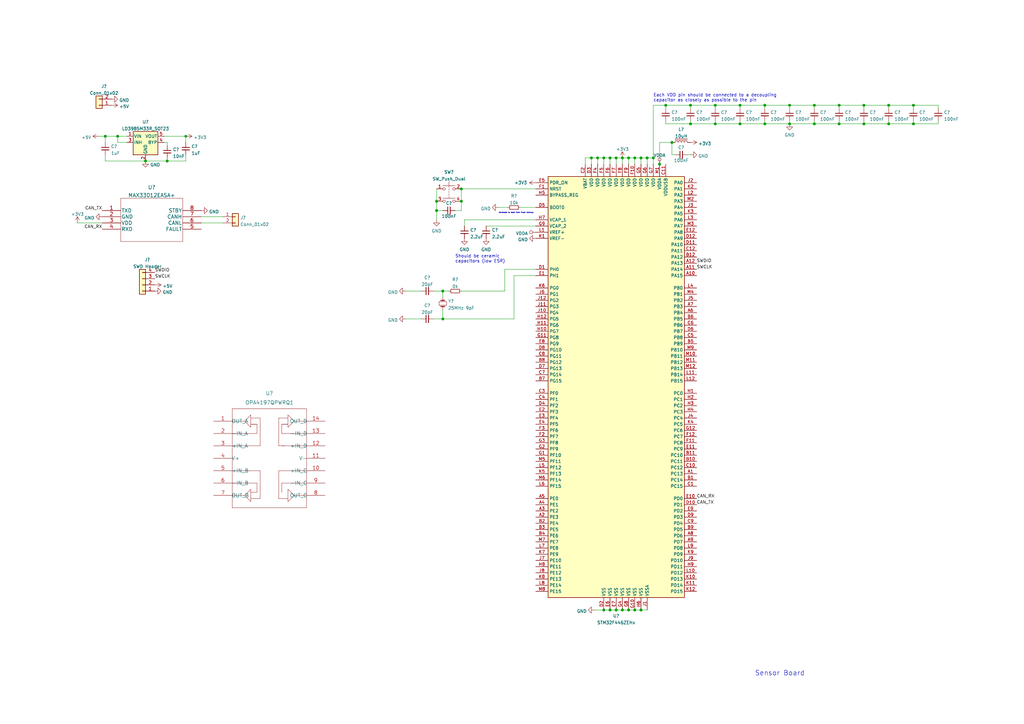
<source format=kicad_sch>
(kicad_sch (version 20210621) (generator eeschema)
  (paper "A3")
  (lib_symbols
    (symbol "Connector_Generic:Conn_01x02" (pin_names (offset 1.016) hide)
      (property "Reference" "J" (at 0 2.54 0))
      (property "Value" "Conn_01x02" (at 0 -5.08 0))
      (symbol "Conn_01x02_1_1"
        (rectangle (start -1.27 -2.413) (end 0 -2.667) (stroke (width 0.1524)))
        (rectangle (start -1.27 0.127) (end 0 -0.127) (stroke (width 0.1524)))
        (rectangle (start -1.27 1.27) (end 1.27 -3.81) (stroke (width 0.254)) (fill (type background)))
        (pin passive line (at -5.08 0 0) (length 3.81) (name "Pin_1") (number "1"))
        (pin passive line (at -5.08 -2.54 0) (length 3.81) (name "Pin_2") (number "2"))
      )
    )
    (symbol "Connector_Generic:Conn_01x04" (pin_names (offset 1.016) hide)
      (property "Reference" "J" (at 0 5.08 0))
      (property "Value" "Conn_01x04" (at 0 -7.62 0))
      (symbol "Conn_01x04_1_1"
        (rectangle (start -1.27 -4.953) (end 0 -5.207) (stroke (width 0.1524)))
        (rectangle (start -1.27 -2.413) (end 0 -2.667) (stroke (width 0.1524)))
        (rectangle (start -1.27 0.127) (end 0 -0.127) (stroke (width 0.1524)))
        (rectangle (start -1.27 2.667) (end 0 2.413) (stroke (width 0.1524)))
        (rectangle (start -1.27 3.81) (end 1.27 -6.35) (stroke (width 0.254)) (fill (type background)))
        (pin passive line (at -5.08 2.54 0) (length 3.81) (name "Pin_1") (number "1"))
        (pin passive line (at -5.08 0 0) (length 3.81) (name "Pin_2") (number "2"))
        (pin passive line (at -5.08 -2.54 0) (length 3.81) (name "Pin_3") (number "3"))
        (pin passive line (at -5.08 -5.08 0) (length 3.81) (name "Pin_4") (number "4"))
      )
    )
    (symbol "Device:C_Small" (pin_numbers hide) (pin_names (offset 0.254) hide)
      (property "Reference" "C" (at 0.254 1.778 0))
      (property "Value" "C_Small" (at 0.254 -2.032 0))
      (symbol "C_Small_0_1"
        (polyline (pts (xy -1.524 -0.508) (xy 1.524 -0.508)) (stroke (width 0.3302)))
        (polyline (pts (xy -1.524 0.508) (xy 1.524 0.508)) (stroke (width 0.3048)))
      )
      (symbol "C_Small_1_1"
        (pin passive line (at 0 2.54 270) (length 2.032) (name "~") (number "1"))
        (pin passive line (at 0 -2.54 90) (length 2.032) (name "~") (number "2"))
      )
    )
    (symbol "Device:Crystal_Small" (pin_numbers hide) (pin_names (offset 1.016) hide)
      (property "Reference" "Y" (at 0 2.54 0))
      (property "Value" "Crystal_Small" (at 0 -2.54 0))
      (symbol "Crystal_Small_0_1"
        (rectangle (start -0.762 -1.524) (end 0.762 1.524))
        (polyline (pts (xy -1.27 -0.762) (xy -1.27 0.762)) (stroke (width 0.381)))
        (polyline (pts (xy 1.27 -0.762) (xy 1.27 0.762)) (stroke (width 0.381)))
      )
      (symbol "Crystal_Small_1_1"
        (pin passive line (at -2.54 0 0) (length 1.27) (name "1") (number "1"))
        (pin passive line (at 2.54 0 180) (length 1.27) (name "2") (number "2"))
      )
    )
    (symbol "Device:L_Core_Iron" (pin_numbers hide) (pin_names (offset 1.016) hide)
      (property "Reference" "L" (at -1.27 0 90))
      (property "Value" "L_Core_Iron" (at 2.794 0 90))
      (symbol "L_Core_Iron_0_1"
        (arc (start 0 -2.54) (end 0 -1.27) (radius (at 0 -1.905) (length 0.635) (angles -89.9 89.9)))
        (arc (start 0 -1.27) (end 0 0) (radius (at 0 -0.635) (length 0.635) (angles -89.9 89.9)))
        (arc (start 0 0) (end 0 1.27) (radius (at 0 0.635) (length 0.635) (angles -89.9 89.9)))
        (arc (start 0 1.27) (end 0 2.54) (radius (at 0 1.905) (length 0.635) (angles -89.9 89.9)))
        (polyline (pts (xy 1.016 2.54) (xy 1.016 -2.54)))
        (polyline (pts (xy 1.524 -2.54) (xy 1.524 2.54)))
      )
      (symbol "L_Core_Iron_1_1"
        (pin passive line (at 0 3.81 270) (length 1.27) (name "1") (number "1"))
        (pin passive line (at 0 -3.81 90) (length 1.27) (name "2") (number "2"))
      )
    )
    (symbol "Device:R_Small" (pin_numbers hide) (pin_names (offset 0.254) hide)
      (property "Reference" "R" (at 0.762 0.508 0))
      (property "Value" "R_Small" (at 0.762 -1.016 0))
      (symbol "R_Small_0_1"
        (rectangle (start -0.762 1.778) (end 0.762 -1.778) (stroke (width 0.2032)))
      )
      (symbol "R_Small_1_1"
        (pin passive line (at 0 2.54 270) (length 0.762) (name "~") (number "1"))
        (pin passive line (at 0 -2.54 90) (length 0.762) (name "~") (number "2"))
      )
    )
    (symbol "MAX33012EASA+:MAX33012EASA+" (pin_names (offset 0.254))
      (property "Reference" "U" (at 20.32 10.16 0))
      (property "Value" "MAX33012EASA+" (at 20.32 7.62 0))
      (symbol "MAX33012EASA+_1_1"
        (polyline (pts (xy 7.62 -12.7) (xy 33.02 -12.7)) (stroke (width 0.127)))
        (polyline (pts (xy 7.62 5.08) (xy 7.62 -12.7)) (stroke (width 0.127)))
        (polyline (pts (xy 33.02 -12.7) (xy 33.02 5.08)) (stroke (width 0.127)))
        (polyline (pts (xy 33.02 5.08) (xy 7.62 5.08)) (stroke (width 0.127)))
        (pin input line (at 0 0 0) (length 7.62) (name "TXD") (number "1"))
        (pin power_in line (at 0 -2.54 0) (length 7.62) (name "GND") (number "2"))
        (pin power_in line (at 0 -5.08 0) (length 7.62) (name "VDD") (number "3"))
        (pin output line (at 0 -7.62 0) (length 7.62) (name "RXD") (number "4"))
        (pin unspecified line (at 40.64 -7.62 180) (length 7.62) (name "FAULT") (number "5"))
        (pin unspecified line (at 40.64 -5.08 180) (length 7.62) (name "CANL") (number "6"))
        (pin unspecified line (at 40.64 -2.54 180) (length 7.62) (name "CANH") (number "7"))
        (pin input line (at 40.64 0 180) (length 7.62) (name "STBY") (number "8"))
      )
    )
    (symbol "MCU_ST_STM32F4:STM32F446ZEHx"
      (property "Reference" "U" (at -27.94 87.63 0))
      (property "Value" "STM32F446ZEHx" (at 22.86 87.63 0))
      (symbol "STM32F446ZEHx_0_1"
        (rectangle (start -27.94 -86.36) (end 27.94 86.36) (stroke (width 0.254)) (fill (type background)))
      )
      (symbol "STM32F446ZEHx_1_1"
        (pin bidirectional line (at 33.02 -35.56 180) (length 5.08) (name "PC13") (number "A1"))
        (pin bidirectional line (at 33.02 45.72 180) (length 5.08) (name "PA15") (number "A10"))
        (pin bidirectional line (at 33.02 48.26 180) (length 5.08) (name "PA14") (number "A11"))
        (pin bidirectional line (at 33.02 50.8 180) (length 5.08) (name "PA13") (number "A12"))
        (pin bidirectional line (at -33.02 -53.34 0) (length 5.08) (name "PE3") (number "A2"))
        (pin bidirectional line (at -33.02 -50.8 0) (length 5.08) (name "PE2") (number "A3"))
        (pin bidirectional line (at -33.02 -48.26 0) (length 5.08) (name "PE1") (number "A4"))
        (pin bidirectional line (at -33.02 -45.72 0) (length 5.08) (name "PE0") (number "A5"))
        (pin bidirectional line (at 33.02 30.48 180) (length 5.08) (name "PB4") (number "A6"))
        (pin bidirectional line (at 33.02 33.02 180) (length 5.08) (name "PB3") (number "A7"))
        (pin bidirectional line (at 33.02 -60.96 180) (length 5.08) (name "PD6") (number "A8"))
        (pin bidirectional line (at 33.02 -63.5 180) (length 5.08) (name "PD7") (number "A9"))
        (pin bidirectional line (at 33.02 -38.1 180) (length 5.08) (name "PC14") (number "B1"))
        (pin bidirectional line (at 33.02 -30.48 180) (length 5.08) (name "PC11") (number "B10"))
        (pin bidirectional line (at 33.02 -27.94 180) (length 5.08) (name "PC10") (number "B11"))
        (pin bidirectional line (at 33.02 53.34 180) (length 5.08) (name "PA12") (number "B12"))
        (pin bidirectional line (at -33.02 -55.88 0) (length 5.08) (name "PE4") (number "B2"))
        (pin bidirectional line (at -33.02 -58.42 0) (length 5.08) (name "PE5") (number "B3"))
        (pin bidirectional line (at -33.02 -60.96 0) (length 5.08) (name "PE6") (number "B4"))
        (pin bidirectional line (at 33.02 17.78 180) (length 5.08) (name "PB9") (number "B5"))
        (pin bidirectional line (at 33.02 27.94 180) (length 5.08) (name "PB5") (number "B6"))
        (pin bidirectional line (at -33.02 2.54 0) (length 5.08) (name "PG15") (number "B7"))
        (pin bidirectional line (at -33.02 10.16 0) (length 5.08) (name "PG12") (number "B8"))
        (pin bidirectional line (at 33.02 -58.42 180) (length 5.08) (name "PD5") (number "B9"))
        (pin bidirectional line (at 33.02 -40.64 180) (length 5.08) (name "PC15") (number "C1"))
        (pin bidirectional line (at 33.02 -33.02 180) (length 5.08) (name "PC12") (number "C10"))
        (pin power_in line (at 20.32 91.44 270) (length 5.08) (name "VDDUSB") (number "C11"))
        (pin bidirectional line (at 33.02 55.88 180) (length 5.08) (name "PA11") (number "C12"))
        (pin power_in line (at -12.7 91.44 270) (length 5.08) (name "VBAT") (number "C2"))
        (pin bidirectional line (at -33.02 -2.54 0) (length 5.08) (name "PF0") (number "C3"))
        (pin bidirectional line (at -33.02 -5.08 0) (length 5.08) (name "PF1") (number "C4"))
        (pin bidirectional line (at 33.02 20.32 180) (length 5.08) (name "PB8") (number "C5"))
        (pin bidirectional line (at 33.02 25.4 180) (length 5.08) (name "PB6") (number "C6"))
        (pin bidirectional line (at -33.02 5.08 0) (length 5.08) (name "PG14") (number "C7"))
        (pin bidirectional line (at -33.02 12.7 0) (length 5.08) (name "PG11") (number "C8"))
        (pin bidirectional line (at 33.02 -55.88 180) (length 5.08) (name "PD4") (number "C9"))
        (pin input line (at -33.02 48.26 0) (length 5.08) (name "PH0") (number "D1"))
        (pin bidirectional line (at 33.02 -48.26 180) (length 5.08) (name "PD1") (number "D10"))
        (pin bidirectional line (at 33.02 58.42 180) (length 5.08) (name "PA10") (number "D11"))
        (pin bidirectional line (at 33.02 60.96 180) (length 5.08) (name "PA9") (number "D12"))
        (pin power_in line (at -5.08 -91.44 90) (length 5.08) (name "VSS") (number "D2"))
        (pin power_in line (at -10.16 91.44 270) (length 5.08) (name "VDD") (number "D3"))
        (pin bidirectional line (at -33.02 -7.62 0) (length 5.08) (name "PF2") (number "D4"))
        (pin input line (at -33.02 73.66 0) (length 5.08) (name "BOOT0") (number "D5"))
        (pin bidirectional line (at 33.02 22.86 180) (length 5.08) (name "PB7") (number "D6"))
        (pin bidirectional line (at -33.02 7.62 0) (length 5.08) (name "PG13") (number "D7"))
        (pin bidirectional line (at -33.02 15.24 0) (length 5.08) (name "PG10") (number "D8"))
        (pin bidirectional line (at 33.02 -53.34 180) (length 5.08) (name "PD3") (number "D9"))
        (pin input line (at -33.02 45.72 0) (length 5.08) (name "PH1") (number "E1"))
        (pin bidirectional line (at 33.02 -45.72 180) (length 5.08) (name "PD0") (number "E10"))
        (pin bidirectional line (at 33.02 -25.4 180) (length 5.08) (name "PC9") (number "E11"))
        (pin bidirectional line (at 33.02 63.5 180) (length 5.08) (name "PA8") (number "E12"))
        (pin bidirectional line (at -33.02 -10.16 0) (length 5.08) (name "PF3") (number "E2"))
        (pin bidirectional line (at -33.02 -12.7 0) (length 5.08) (name "PF4") (number "E3"))
        (pin bidirectional line (at -33.02 -15.24 0) (length 5.08) (name "PF5") (number "E4"))
        (pin input line (at -33.02 83.82 0) (length 5.08) (name "PDR_ON") (number "E5"))
        (pin power_in line (at -2.54 -91.44 90) (length 5.08) (name "VSS") (number "E6"))
        (pin power_in line (at 0 -91.44 90) (length 5.08) (name "VSS") (number "E7"))
        (pin bidirectional line (at -33.02 17.78 0) (length 5.08) (name "PG9") (number "E8"))
        (pin bidirectional line (at 33.02 -50.8 180) (length 5.08) (name "PD2") (number "E9"))
        (pin input line (at -33.02 81.28 0) (length 5.08) (name "NRST") (number "F1"))
        (pin power_in line (at 7.62 91.44 270) (length 5.08) (name "VDD") (number "F10"))
        (pin bidirectional line (at 33.02 -22.86 180) (length 5.08) (name "PC8") (number "F11"))
        (pin bidirectional line (at 33.02 -20.32 180) (length 5.08) (name "PC7") (number "F12"))
        (pin bidirectional line (at -33.02 -20.32 0) (length 5.08) (name "PF7") (number "F2"))
        (pin bidirectional line (at -33.02 -17.78 0) (length 5.08) (name "PF6") (number "F3"))
        (pin power_in line (at -7.62 91.44 270) (length 5.08) (name "VDD") (number "F4"))
        (pin power_in line (at -5.08 91.44 270) (length 5.08) (name "VDD") (number "F5"))
        (pin power_in line (at -2.54 91.44 270) (length 5.08) (name "VDD") (number "F6"))
        (pin power_in line (at 0 91.44 270) (length 5.08) (name "VDD") (number "F7"))
        (pin power_in line (at 2.54 91.44 270) (length 5.08) (name "VDD") (number "F8"))
        (pin power_in line (at 5.08 91.44 270) (length 5.08) (name "VDD") (number "F9"))
        (pin bidirectional line (at -33.02 -27.94 0) (length 5.08) (name "PF10") (number "G1"))
        (pin power_in line (at 7.62 -91.44 90) (length 5.08) (name "VSS") (number "G10"))
        (pin bidirectional line (at -33.02 20.32 0) (length 5.08) (name "PG8") (number "G11"))
        (pin bidirectional line (at 33.02 -17.78 180) (length 5.08) (name "PC6") (number "G12"))
        (pin bidirectional line (at -33.02 -25.4 0) (length 5.08) (name "PF9") (number "G2"))
        (pin bidirectional line (at -33.02 -22.86 0) (length 5.08) (name "PF8") (number "G3"))
        (pin power_in line (at 2.54 -91.44 90) (length 5.08) (name "VSS") (number "G4"))
        (pin power_in line (at 10.16 91.44 270) (length 5.08) (name "VDD") (number "G5"))
        (pin power_in line (at 12.7 91.44 270) (length 5.08) (name "VDD") (number "G6"))
        (pin power_in line (at 15.24 91.44 270) (length 5.08) (name "VDD") (number "G7"))
        (pin power_in line (at 5.08 -91.44 90) (length 5.08) (name "VSS") (number "G8"))
        (pin power_in line (at -33.02 66.04 0) (length 5.08) (name "VCAP_2") (number "G9"))
        (pin bidirectional line (at 33.02 -2.54 180) (length 5.08) (name "PC0") (number "H1"))
        (pin bidirectional line (at -33.02 22.86 0) (length 5.08) (name "PG7") (number "H10"))
        (pin bidirectional line (at -33.02 25.4 0) (length 5.08) (name "PG6") (number "H11"))
        (pin bidirectional line (at -33.02 27.94 0) (length 5.08) (name "PG5") (number "H12"))
        (pin bidirectional line (at 33.02 -5.08 180) (length 5.08) (name "PC1") (number "H2"))
        (pin bidirectional line (at 33.02 -7.62 180) (length 5.08) (name "PC2") (number "H3"))
        (pin bidirectional line (at 33.02 -10.16 180) (length 5.08) (name "PC3") (number "H4"))
        (pin input line (at -33.02 78.74 0) (length 5.08) (name "BYPASS_REG") (number "H5"))
        (pin power_in line (at 10.16 -91.44 90) (length 5.08) (name "VSS") (number "H6"))
        (pin power_in line (at -33.02 68.58 0) (length 5.08) (name "VCAP_1") (number "H7"))
        (pin bidirectional line (at -33.02 -73.66 0) (length 5.08) (name "PE11") (number "H8"))
        (pin bidirectional line (at 33.02 -73.66 180) (length 5.08) (name "PD11") (number "H9"))
        (pin power_in line (at 12.7 -91.44 90) (length 5.08) (name "VSSA") (number "J1"))
        (pin bidirectional line (at -33.02 30.48 0) (length 5.08) (name "PG4") (number "J10"))
        (pin bidirectional line (at -33.02 33.02 0) (length 5.08) (name "PG3") (number "J11"))
        (pin bidirectional line (at -33.02 35.56 0) (length 5.08) (name "PG2") (number "J12"))
        (pin bidirectional line (at 33.02 83.82 180) (length 5.08) (name "PA0") (number "J2"))
        (pin bidirectional line (at 33.02 73.66 180) (length 5.08) (name "PA4") (number "J3"))
        (pin bidirectional line (at 33.02 -12.7 180) (length 5.08) (name "PC4") (number "J4"))
        (pin bidirectional line (at 33.02 35.56 180) (length 5.08) (name "PB2") (number "J5"))
        (pin bidirectional line (at -33.02 38.1 0) (length 5.08) (name "PG1") (number "J6"))
        (pin bidirectional line (at -33.02 -71.12 0) (length 5.08) (name "PE10") (number "J7"))
        (pin bidirectional line (at -33.02 -76.2 0) (length 5.08) (name "PE12") (number "J8"))
        (pin bidirectional line (at 33.02 -71.12 180) (length 5.08) (name "PD10") (number "J9"))
        (pin power_in line (at -33.02 60.96 0) (length 5.08) (name "VREF-") (number "K1"))
        (pin bidirectional line (at 33.02 -78.74 180) (length 5.08) (name "PD13") (number "K10"))
        (pin bidirectional line (at 33.02 -81.28 180) (length 5.08) (name "PD14") (number "K11"))
        (pin bidirectional line (at 33.02 -83.82 180) (length 5.08) (name "PD15") (number "K12"))
        (pin bidirectional line (at 33.02 81.28 180) (length 5.08) (name "PA1") (number "K2"))
        (pin bidirectional line (at 33.02 71.12 180) (length 5.08) (name "PA5") (number "K3"))
        (pin bidirectional line (at 33.02 -15.24 180) (length 5.08) (name "PC5") (number "K4"))
        (pin bidirectional line (at -33.02 -35.56 0) (length 5.08) (name "PF13") (number "K5"))
        (pin bidirectional line (at -33.02 40.64 0) (length 5.08) (name "PG0") (number "K6"))
        (pin bidirectional line (at -33.02 -68.58 0) (length 5.08) (name "PE9") (number "K7"))
        (pin bidirectional line (at -33.02 -78.74 0) (length 5.08) (name "PE13") (number "K8"))
        (pin bidirectional line (at 33.02 -68.58 180) (length 5.08) (name "PD9") (number "K9"))
        (pin power_in line (at -33.02 63.5 0) (length 5.08) (name "VREF+") (number "L1"))
        (pin bidirectional line (at 33.02 -76.2 180) (length 5.08) (name "PD12") (number "L10"))
        (pin bidirectional line (at 33.02 5.08 180) (length 5.08) (name "PB14") (number "L11"))
        (pin bidirectional line (at 33.02 2.54 180) (length 5.08) (name "PB15") (number "L12"))
        (pin bidirectional line (at 33.02 78.74 180) (length 5.08) (name "PA2") (number "L2"))
        (pin bidirectional line (at 33.02 68.58 180) (length 5.08) (name "PA6") (number "L3"))
        (pin bidirectional line (at 33.02 40.64 180) (length 5.08) (name "PB0") (number "L4"))
        (pin bidirectional line (at -33.02 -33.02 0) (length 5.08) (name "PF12") (number "L5"))
        (pin bidirectional line (at -33.02 -40.64 0) (length 5.08) (name "PF15") (number "L6"))
        (pin bidirectional line (at -33.02 -66.04 0) (length 5.08) (name "PE8") (number "L7"))
        (pin bidirectional line (at -33.02 -81.28 0) (length 5.08) (name "PE14") (number "L8"))
        (pin bidirectional line (at 33.02 -66.04 180) (length 5.08) (name "PD8") (number "L9"))
        (pin power_in line (at 17.78 91.44 270) (length 5.08) (name "VDDA") (number "M1"))
        (pin bidirectional line (at 33.02 12.7 180) (length 5.08) (name "PB11") (number "M10"))
        (pin bidirectional line (at 33.02 10.16 180) (length 5.08) (name "PB12") (number "M11"))
        (pin bidirectional line (at 33.02 7.62 180) (length 5.08) (name "PB13") (number "M12"))
        (pin bidirectional line (at 33.02 76.2 180) (length 5.08) (name "PA3") (number "M2"))
        (pin bidirectional line (at 33.02 66.04 180) (length 5.08) (name "PA7") (number "M3"))
        (pin bidirectional line (at 33.02 38.1 180) (length 5.08) (name "PB1") (number "M4"))
        (pin bidirectional line (at -33.02 -30.48 0) (length 5.08) (name "PF11") (number "M5"))
        (pin bidirectional line (at -33.02 -38.1 0) (length 5.08) (name "PF14") (number "M6"))
        (pin bidirectional line (at -33.02 -63.5 0) (length 5.08) (name "PE7") (number "M7"))
        (pin bidirectional line (at -33.02 -83.82 0) (length 5.08) (name "PE15") (number "M8"))
        (pin bidirectional line (at 33.02 15.24 180) (length 5.08) (name "PB10") (number "M9"))
      )
    )
    (symbol "OPA4197QPWRQ1:OPA4197QPWRQ1" (pin_names (offset -0.254))
      (property "Reference" "U" (at 22.86 15.24 0))
      (property "Value" "OPA4197QPWRQ1" (at 22.86 12.7 0))
      (symbol "OPA4197QPWRQ1_1_1"
        (polyline (pts (xy 7.62 -35.56) (xy 38.1 -35.56)) (stroke (width 0.127)))
        (polyline (pts (xy 7.62 -30.48) (xy 12.7 -30.48)) (stroke (width 0.127)))
        (polyline (pts (xy 7.62 -25.4) (xy 17.78 -25.4)) (stroke (width 0.127)))
        (polyline (pts (xy 7.62 -5.08) (xy 17.78 -5.08)) (stroke (width 0.127)))
        (polyline (pts (xy 7.62 0) (xy 12.7 0)) (stroke (width 0.127)))
        (polyline (pts (xy 7.62 5.08) (xy 7.62 -35.56)) (stroke (width 0.127)))
        (polyline (pts (xy 12.7 -30.48) (xy 15.24 -27.94)) (stroke (width 0.127)))
        (polyline (pts (xy 12.7 0) (xy 15.24 -2.54)) (stroke (width 0.127)))
        (polyline (pts (xy 15.24 -33.02) (xy 12.7 -30.48)) (stroke (width 0.127)))
        (polyline (pts (xy 15.24 -31.75) (xy 19.05 -31.75)) (stroke (width 0.127)))
        (polyline (pts (xy 15.24 -29.21) (xy 17.78 -29.21)) (stroke (width 0.127)))
        (polyline (pts (xy 15.24 -27.94) (xy 15.24 -33.02)) (stroke (width 0.127)))
        (polyline (pts (xy 15.24 -2.54) (xy 15.24 2.54)) (stroke (width 0.127)))
        (polyline (pts (xy 15.24 2.54) (xy 12.7 0)) (stroke (width 0.127)))
        (polyline (pts (xy 17.78 -29.21) (xy 17.78 -27.94)) (stroke (width 0.127)))
        (polyline (pts (xy 17.78 -25.4) (xy 17.78 -27.94)) (stroke (width 0.127)))
        (polyline (pts (xy 17.78 -5.08) (xy 17.78 -2.54)) (stroke (width 0.127)))
        (polyline (pts (xy 17.78 -1.27) (xy 15.24 -1.27)) (stroke (width 0.127)))
        (polyline (pts (xy 17.78 -1.27) (xy 15.24 -1.27)) (stroke (width 0.127)))
        (polyline (pts (xy 17.78 -1.27) (xy 17.78 -2.54)) (stroke (width 0.127)))
        (polyline (pts (xy 19.05 -31.75) (xy 19.05 -20.32)) (stroke (width 0.127)))
        (polyline (pts (xy 19.05 -20.32) (xy 7.62 -20.32)) (stroke (width 0.127)))
        (polyline (pts (xy 19.05 -10.16) (xy 7.62 -10.16)) (stroke (width 0.127)))
        (polyline (pts (xy 19.05 1.27) (xy 15.24 1.27)) (stroke (width 0.127)))
        (polyline (pts (xy 19.05 1.27) (xy 19.05 -10.16)) (stroke (width 0.127)))
        (polyline (pts (xy 26.67 -31.75) (xy 26.67 -20.32)) (stroke (width 0.127)))
        (polyline (pts (xy 26.67 -31.75) (xy 30.48 -31.75)) (stroke (width 0.127)))
        (polyline (pts (xy 26.67 -20.32) (xy 38.1 -20.32)) (stroke (width 0.127)))
        (polyline (pts (xy 26.67 1.27) (xy 26.67 -10.16)) (stroke (width 0.127)))
        (polyline (pts (xy 26.67 1.27) (xy 30.48 1.27)) (stroke (width 0.127)))
        (polyline (pts (xy 27.94 -29.21) (xy 27.94 -27.94)) (stroke (width 0.127)))
        (polyline (pts (xy 27.94 -25.4) (xy 27.94 -27.94)) (stroke (width 0.127)))
        (polyline (pts (xy 27.94 -25.4) (xy 38.1 -25.4)) (stroke (width 0.127)))
        (polyline (pts (xy 27.94 -10.16) (xy 38.1 -10.16)) (stroke (width 0.127)))
        (polyline (pts (xy 27.94 -5.08) (xy 27.94 -2.54)) (stroke (width 0.127)))
        (polyline (pts (xy 27.94 -5.08) (xy 38.1 -5.08)) (stroke (width 0.127)))
        (polyline (pts (xy 27.94 -1.27) (xy 27.94 -2.54)) (stroke (width 0.127)))
        (polyline (pts (xy 27.94 -1.27) (xy 30.48 -1.27)) (stroke (width 0.127)))
        (polyline (pts (xy 27.94 -1.27) (xy 30.48 -1.27)) (stroke (width 0.127)))
        (polyline (pts (xy 29.21 -10.16) (xy 26.67 -10.16)) (stroke (width 0.127)))
        (polyline (pts (xy 30.48 -33.02) (xy 33.02 -30.48)) (stroke (width 0.127)))
        (polyline (pts (xy 30.48 -27.94) (xy 30.48 -33.02)) (stroke (width 0.127)))
        (polyline (pts (xy 30.48 -2.54) (xy 30.48 2.54)) (stroke (width 0.127)))
        (polyline (pts (xy 30.48 2.54) (xy 33.02 0)) (stroke (width 0.127)))
        (polyline (pts (xy 33.02 -30.48) (xy 30.48 -27.94)) (stroke (width 0.127)))
        (polyline (pts (xy 33.02 0) (xy 30.48 -2.54)) (stroke (width 0.127)))
        (polyline (pts (xy 33.02 0) (xy 38.1 0)) (stroke (width 0.127)))
        (polyline (pts (xy 38.1 -35.56) (xy 38.1 5.08)) (stroke (width 0.127)))
        (polyline (pts (xy 38.1 -30.48) (xy 33.02 -30.48)) (stroke (width 0.127)))
        (polyline (pts (xy 38.1 5.08) (xy 7.62 5.08)) (stroke (width 0.127)))
        (pin output line (at 0 0 0) (length 7.62) (name "OUT_A") (number "1"))
        (pin input line (at 45.72 -20.32 180) (length 7.62) (name "+IN_C") (number "10"))
        (pin power_in line (at 45.72 -15.24 180) (length 7.62) (name "V-") (number "11"))
        (pin input line (at 45.72 -10.16 180) (length 7.62) (name "+IN_D") (number "12"))
        (pin input line (at 45.72 -5.08 180) (length 7.62) (name "-IN_D") (number "13"))
        (pin output line (at 45.72 0 180) (length 7.62) (name "OUT_D") (number "14"))
        (pin input line (at 0 -5.08 0) (length 7.62) (name "-IN_A") (number "2"))
        (pin input line (at 0 -10.16 0) (length 7.62) (name "+IN_A") (number "3"))
        (pin power_in line (at 0 -15.24 0) (length 7.62) (name "V+") (number "4"))
        (pin input line (at 0 -20.32 0) (length 7.62) (name "+IN_B") (number "5"))
        (pin input line (at 0 -25.4 0) (length 7.62) (name "-IN_B") (number "6"))
        (pin output line (at 0 -30.48 0) (length 7.62) (name "OUT_B") (number "7"))
        (pin output line (at 45.72 -30.48 180) (length 7.62) (name "OUT_C") (number "8"))
        (pin input line (at 45.72 -25.4 180) (length 7.62) (name "-IN_C") (number "9"))
      )
    )
    (symbol "Regulator_Linear:LD3985M33R_SOT23" (pin_names (offset 0.254))
      (property "Reference" "U" (at -3.81 5.715 0))
      (property "Value" "LD3985M33R_SOT23" (at 0 5.715 0))
      (symbol "LD3985M33R_SOT23_0_1"
        (rectangle (start -5.08 4.445) (end 5.08 -5.08) (stroke (width 0.254)) (fill (type background)))
      )
      (symbol "LD3985M33R_SOT23_1_1"
        (pin power_in line (at -7.62 2.54 0) (length 2.54) (name "VIN") (number "1"))
        (pin power_in line (at 0 -7.62 90) (length 2.54) (name "GND") (number "2"))
        (pin input line (at -7.62 0 0) (length 2.54) (name "INH") (number "3"))
        (pin input line (at 7.62 0 180) (length 2.54) (name "BYP") (number "4"))
        (pin power_out line (at 7.62 2.54 180) (length 2.54) (name "VOUT") (number "5"))
      )
    )
    (symbol "Switch:SW_Push_Dual" (pin_names (offset 1.016) hide)
      (property "Reference" "SW" (at 1.27 2.54 0))
      (property "Value" "SW_Push_Dual" (at 0 -6.858 0))
      (symbol "SW_Push_Dual_0_1"
        (circle (center -2.032 -5.08) (radius 0.508))
        (circle (center -2.032 0) (radius 0.508))
        (circle (center 2.032 -5.08) (radius 0.508))
        (circle (center 2.032 0) (radius 0.508))
        (polyline (pts (xy 0 -3.048) (xy 0 -3.556)))
        (polyline (pts (xy 0 -2.032) (xy 0 -2.54)))
        (polyline (pts (xy 0 -1.524) (xy 0 -1.016)))
        (polyline (pts (xy 0 -0.508) (xy 0 0)))
        (polyline (pts (xy 0 0.508) (xy 0 1.016)))
        (polyline (pts (xy 0 1.27) (xy 0 3.048)))
        (polyline (pts (xy 2.54 -3.81) (xy -2.54 -3.81)))
        (polyline (pts (xy 2.54 1.27) (xy -2.54 1.27)))
        (pin passive line (at -5.08 0 0) (length 2.54) (name "1") (number "1"))
        (pin passive line (at 5.08 0 180) (length 2.54) (name "2") (number "2"))
        (pin passive line (at -5.08 -5.08 0) (length 2.54) (name "3") (number "3"))
        (pin passive line (at 5.08 -5.08 180) (length 2.54) (name "4") (number "4"))
      )
    )
    (symbol "power:+3V3" (power) (pin_names (offset 0))
      (property "Value" "+3V3" (at 0 3.556 0))
      (symbol "+3V3_0_1"
        (polyline (pts (xy -0.762 1.27) (xy 0 2.54)))
        (polyline (pts (xy 0 0) (xy 0 2.54)))
        (polyline (pts (xy 0 2.54) (xy 0.762 1.27)))
      )
      (symbol "+3V3_1_1"
        (pin power_in line (at 0 0 90) (length 0) hide (name "+3V3") (number "1"))
      )
    )
    (symbol "power:+5V" (power) (pin_names (offset 0))
      (property "Value" "+5V" (at 0 3.556 0))
      (symbol "+5V_0_1"
        (polyline (pts (xy -0.762 1.27) (xy 0 2.54)))
        (polyline (pts (xy 0 0) (xy 0 2.54)))
        (polyline (pts (xy 0 2.54) (xy 0.762 1.27)))
      )
      (symbol "+5V_1_1"
        (pin power_in line (at 0 0 90) (length 0) hide (name "+5V") (number "1"))
      )
    )
    (symbol "power:GND" (power) (pin_names (offset 0))
      (property "Value" "GND" (at 0 -3.81 0))
      (symbol "GND_0_1"
        (polyline (pts (xy 0 0) (xy 0 -1.27) (xy 1.27 -1.27) (xy 0 -2.54) (xy -1.27 -1.27) (xy 0 -1.27)))
      )
      (symbol "GND_1_1"
        (pin power_in line (at 0 0 270) (length 0) hide (name "GND") (number "1"))
      )
    )
    (symbol "power:VDDA" (power) (pin_names (offset 0))
      (property "Value" "VDDA" (at 0 3.81 0))
      (symbol "VDDA_0_1"
        (circle (center 0 1.905) (radius 0.635))
        (polyline (pts (xy 0 0) (xy 0 1.27)))
      )
      (symbol "VDDA_1_1"
        (pin power_in line (at 0 0 90) (length 0) hide (name "VDDA") (number "1"))
      )
    )
  )
  (junction (at 43.18 55.88) (diameter 1.016))
  (junction (at 48.26 55.88) (diameter 1.016))
  (junction (at 59.69 66.04) (diameter 1.016))
  (junction (at 68.58 66.04) (diameter 1.016))
  (junction (at 76.2 55.88))
  (junction (at 179.07 82.55) (diameter 1.016))
  (junction (at 179.07 86.36) (diameter 1.016))
  (junction (at 181.61 119.38) (diameter 1.016))
  (junction (at 181.61 130.81) (diameter 1.016))
  (junction (at 189.23 77.47) (diameter 1.016))
  (junction (at 189.23 82.55) (diameter 1.016))
  (junction (at 242.57 64.77) (diameter 1.016))
  (junction (at 245.11 64.77) (diameter 1.016))
  (junction (at 247.65 64.77) (diameter 1.016))
  (junction (at 247.65 250.19) (diameter 1.016))
  (junction (at 250.19 64.77) (diameter 1.016))
  (junction (at 250.19 250.19) (diameter 1.016))
  (junction (at 252.73 64.77) (diameter 1.016))
  (junction (at 252.73 250.19) (diameter 1.016))
  (junction (at 255.27 64.77) (diameter 1.016))
  (junction (at 255.27 250.19) (diameter 1.016))
  (junction (at 257.81 64.77) (diameter 1.016))
  (junction (at 257.81 250.19) (diameter 1.016))
  (junction (at 260.35 64.77) (diameter 1.016))
  (junction (at 260.35 250.19) (diameter 1.016))
  (junction (at 262.89 64.77) (diameter 1.016))
  (junction (at 262.89 250.19) (diameter 1.016))
  (junction (at 265.43 64.77) (diameter 1.016))
  (junction (at 267.97 64.77) (diameter 1.016))
  (junction (at 270.51 67.31) (diameter 1.016))
  (junction (at 273.05 43.18) (diameter 1.016))
  (junction (at 275.59 58.42) (diameter 1.016))
  (junction (at 283.21 43.18) (diameter 1.016))
  (junction (at 283.21 50.8) (diameter 1.016))
  (junction (at 293.37 43.18) (diameter 1.016))
  (junction (at 293.37 50.8) (diameter 1.016))
  (junction (at 303.53 43.18) (diameter 1.016))
  (junction (at 303.53 50.8) (diameter 1.016))
  (junction (at 313.69 43.18) (diameter 1.016))
  (junction (at 313.69 50.8) (diameter 1.016))
  (junction (at 323.85 43.18) (diameter 1.016))
  (junction (at 323.85 50.8) (diameter 1.016))
  (junction (at 334.01 43.18) (diameter 1.016))
  (junction (at 334.01 50.8) (diameter 1.016))
  (junction (at 344.17 43.18) (diameter 1.016))
  (junction (at 344.17 50.8) (diameter 1.016))
  (junction (at 354.33 43.18) (diameter 1.016))
  (junction (at 354.33 50.8) (diameter 1.016))
  (junction (at 364.49 43.18) (diameter 1.016))
  (junction (at 364.49 50.8) (diameter 1.016))
  (junction (at 374.65 43.18) (diameter 1.016))
  (junction (at 374.65 50.8) (diameter 1.016))
  (wire (pts (xy 31.75 91.44) (xy 41.91 91.44)))
  (wire (pts (xy 40.64 55.88) (xy 43.18 55.88)))
  (wire (pts (xy 43.18 55.88) (xy 43.18 58.42)))
  (wire (pts (xy 43.18 55.88) (xy 48.26 55.88)))
  (wire (pts (xy 43.18 63.5) (xy 43.18 66.04)))
  (wire (pts (xy 43.18 66.04) (xy 59.69 66.04)))
  (wire (pts (xy 48.26 55.88) (xy 52.07 55.88)))
  (wire (pts (xy 48.26 58.42) (xy 48.26 55.88)))
  (wire (pts (xy 52.07 58.42) (xy 48.26 58.42)))
  (wire (pts (xy 59.69 66.04) (xy 68.58 66.04)))
  (wire (pts (xy 67.31 55.88) (xy 76.2 55.88)))
  (wire (pts (xy 67.31 58.42) (xy 68.58 58.42)))
  (wire (pts (xy 68.58 58.42) (xy 68.58 59.69)))
  (wire (pts (xy 68.58 64.77) (xy 68.58 66.04)))
  (wire (pts (xy 68.58 66.04) (xy 76.2 66.04)))
  (wire (pts (xy 76.2 55.88) (xy 76.2 58.42)))
  (wire (pts (xy 76.2 66.04) (xy 76.2 63.5)))
  (wire (pts (xy 82.55 88.9) (xy 91.44 88.9)))
  (wire (pts (xy 82.55 91.44) (xy 91.44 91.44)))
  (wire (pts (xy 166.37 119.38) (xy 172.72 119.38)))
  (wire (pts (xy 166.37 130.81) (xy 172.72 130.81)))
  (wire (pts (xy 177.8 119.38) (xy 181.61 119.38)))
  (wire (pts (xy 177.8 130.81) (xy 181.61 130.81)))
  (wire (pts (xy 179.07 77.47) (xy 179.07 82.55)))
  (wire (pts (xy 179.07 82.55) (xy 179.07 86.36)))
  (wire (pts (xy 179.07 86.36) (xy 179.07 90.17)))
  (wire (pts (xy 179.07 86.36) (xy 181.61 86.36)))
  (wire (pts (xy 181.61 119.38) (xy 181.61 121.92)))
  (wire (pts (xy 181.61 119.38) (xy 184.15 119.38)))
  (wire (pts (xy 181.61 127) (xy 181.61 130.81)))
  (wire (pts (xy 186.69 86.36) (xy 189.23 86.36)))
  (wire (pts (xy 189.23 77.47) (xy 189.23 82.55)))
  (wire (pts (xy 189.23 86.36) (xy 189.23 82.55)))
  (wire (pts (xy 190.5 90.17) (xy 190.5 92.71)))
  (wire (pts (xy 199.39 92.71) (xy 219.71 92.71)))
  (wire (pts (xy 204.47 85.09) (xy 208.28 85.09)))
  (wire (pts (xy 207.01 110.49) (xy 207.01 119.38)))
  (wire (pts (xy 207.01 110.49) (xy 219.71 110.49)))
  (wire (pts (xy 207.01 119.38) (xy 189.23 119.38)))
  (wire (pts (xy 210.82 113.03) (xy 210.82 130.81)))
  (wire (pts (xy 210.82 113.03) (xy 219.71 113.03)))
  (wire (pts (xy 210.82 130.81) (xy 181.61 130.81)))
  (wire (pts (xy 213.36 85.09) (xy 219.71 85.09)))
  (wire (pts (xy 219.71 77.47) (xy 189.23 77.47)))
  (wire (pts (xy 219.71 90.17) (xy 190.5 90.17)))
  (wire (pts (xy 240.03 64.77) (xy 242.57 64.77)))
  (wire (pts (xy 240.03 67.31) (xy 240.03 64.77)))
  (wire (pts (xy 242.57 64.77) (xy 245.11 64.77)))
  (wire (pts (xy 242.57 67.31) (xy 242.57 64.77)))
  (wire (pts (xy 243.84 250.19) (xy 247.65 250.19)))
  (wire (pts (xy 245.11 64.77) (xy 245.11 67.31)))
  (wire (pts (xy 245.11 64.77) (xy 247.65 64.77)))
  (wire (pts (xy 247.65 64.77) (xy 247.65 67.31)))
  (wire (pts (xy 247.65 64.77) (xy 250.19 64.77)))
  (wire (pts (xy 247.65 250.19) (xy 250.19 250.19)))
  (wire (pts (xy 250.19 64.77) (xy 250.19 67.31)))
  (wire (pts (xy 250.19 64.77) (xy 252.73 64.77)))
  (wire (pts (xy 250.19 250.19) (xy 252.73 250.19)))
  (wire (pts (xy 252.73 64.77) (xy 252.73 67.31)))
  (wire (pts (xy 252.73 64.77) (xy 255.27 64.77)))
  (wire (pts (xy 252.73 250.19) (xy 255.27 250.19)))
  (wire (pts (xy 255.27 64.77) (xy 255.27 67.31)))
  (wire (pts (xy 255.27 64.77) (xy 257.81 64.77)))
  (wire (pts (xy 255.27 250.19) (xy 257.81 250.19)))
  (wire (pts (xy 257.81 64.77) (xy 257.81 67.31)))
  (wire (pts (xy 257.81 64.77) (xy 260.35 64.77)))
  (wire (pts (xy 257.81 250.19) (xy 260.35 250.19)))
  (wire (pts (xy 260.35 64.77) (xy 260.35 67.31)))
  (wire (pts (xy 260.35 64.77) (xy 262.89 64.77)))
  (wire (pts (xy 260.35 250.19) (xy 262.89 250.19)))
  (wire (pts (xy 262.89 64.77) (xy 262.89 67.31)))
  (wire (pts (xy 262.89 64.77) (xy 265.43 64.77)))
  (wire (pts (xy 262.89 250.19) (xy 265.43 250.19)))
  (wire (pts (xy 265.43 64.77) (xy 265.43 67.31)))
  (wire (pts (xy 265.43 64.77) (xy 267.97 64.77)))
  (wire (pts (xy 267.97 43.18) (xy 273.05 43.18)))
  (wire (pts (xy 267.97 64.77) (xy 267.97 43.18)))
  (wire (pts (xy 267.97 64.77) (xy 267.97 67.31)))
  (wire (pts (xy 270.51 58.42) (xy 270.51 67.31)))
  (wire (pts (xy 273.05 43.18) (xy 273.05 44.45)))
  (wire (pts (xy 273.05 43.18) (xy 283.21 43.18)))
  (wire (pts (xy 273.05 49.53) (xy 273.05 50.8)))
  (wire (pts (xy 273.05 50.8) (xy 283.21 50.8)))
  (wire (pts (xy 275.59 58.42) (xy 270.51 58.42)))
  (wire (pts (xy 275.59 58.42) (xy 275.59 63.5)))
  (wire (pts (xy 276.86 63.5) (xy 275.59 63.5)))
  (wire (pts (xy 281.94 63.5) (xy 283.21 63.5)))
  (wire (pts (xy 283.21 43.18) (xy 283.21 44.45)))
  (wire (pts (xy 283.21 43.18) (xy 293.37 43.18)))
  (wire (pts (xy 283.21 49.53) (xy 283.21 50.8)))
  (wire (pts (xy 283.21 50.8) (xy 293.37 50.8)))
  (wire (pts (xy 293.37 43.18) (xy 293.37 44.45)))
  (wire (pts (xy 293.37 43.18) (xy 303.53 43.18)))
  (wire (pts (xy 293.37 49.53) (xy 293.37 50.8)))
  (wire (pts (xy 293.37 50.8) (xy 303.53 50.8)))
  (wire (pts (xy 303.53 43.18) (xy 303.53 44.45)))
  (wire (pts (xy 303.53 43.18) (xy 313.69 43.18)))
  (wire (pts (xy 303.53 49.53) (xy 303.53 50.8)))
  (wire (pts (xy 303.53 50.8) (xy 313.69 50.8)))
  (wire (pts (xy 313.69 43.18) (xy 313.69 44.45)))
  (wire (pts (xy 313.69 43.18) (xy 323.85 43.18)))
  (wire (pts (xy 313.69 49.53) (xy 313.69 50.8)))
  (wire (pts (xy 313.69 50.8) (xy 323.85 50.8)))
  (wire (pts (xy 323.85 43.18) (xy 323.85 44.45)))
  (wire (pts (xy 323.85 43.18) (xy 334.01 43.18)))
  (wire (pts (xy 323.85 49.53) (xy 323.85 50.8)))
  (wire (pts (xy 323.85 50.8) (xy 334.01 50.8)))
  (wire (pts (xy 334.01 43.18) (xy 334.01 44.45)))
  (wire (pts (xy 334.01 43.18) (xy 344.17 43.18)))
  (wire (pts (xy 334.01 49.53) (xy 334.01 50.8)))
  (wire (pts (xy 334.01 50.8) (xy 344.17 50.8)))
  (wire (pts (xy 344.17 43.18) (xy 344.17 44.45)))
  (wire (pts (xy 344.17 43.18) (xy 354.33 43.18)))
  (wire (pts (xy 344.17 49.53) (xy 344.17 50.8)))
  (wire (pts (xy 344.17 50.8) (xy 354.33 50.8)))
  (wire (pts (xy 354.33 43.18) (xy 354.33 44.45)))
  (wire (pts (xy 354.33 43.18) (xy 364.49 43.18)))
  (wire (pts (xy 354.33 49.53) (xy 354.33 50.8)))
  (wire (pts (xy 354.33 50.8) (xy 364.49 50.8)))
  (wire (pts (xy 364.49 43.18) (xy 364.49 44.45)))
  (wire (pts (xy 364.49 43.18) (xy 374.65 43.18)))
  (wire (pts (xy 364.49 49.53) (xy 364.49 50.8)))
  (wire (pts (xy 364.49 50.8) (xy 374.65 50.8)))
  (wire (pts (xy 374.65 43.18) (xy 374.65 44.45)))
  (wire (pts (xy 374.65 43.18) (xy 384.81 43.18)))
  (wire (pts (xy 374.65 49.53) (xy 374.65 50.8)))
  (wire (pts (xy 374.65 50.8) (xy 384.81 50.8)))
  (wire (pts (xy 384.81 43.18) (xy 384.81 44.45)))
  (wire (pts (xy 384.81 50.8) (xy 384.81 49.53)))
  (text "Should be ceramic\ncapacitors (low ESR)" (at 186.69 107.95 0) (effects (font (size 1.27 1.27)) (justify left bottom)))
  (text "Hardcode to boot from flash memory" (at 204.47 87.63 0) (effects (font (size 0.5 0.5)) (justify left bottom)))
  (text "Each VDD pin should be connected to a decoupling\ncapacitor as closely as possible to the pin" (at 267.97 41.91 0) (effects (font (size 1.27 1.27)) (justify left bottom)))
  (text "Sensor Board" (at 309.626 277.368 0) (effects (font (size 2 2)) (justify left bottom)))
  (label "CAN_TX" (at 41.91 86.36 180))
  (label "CAN_RX" (at 41.91 93.98 180))
  (label "SWDIO" (at 63.5 111.76 0))
  (label "SWCLK" (at 63.5 114.3 0))
  (label "SWDIO" (at 285.75 107.95 0))
  (label "SWCLK" (at 285.75 110.49 0))
  (label "CAN_RX" (at 285.75 204.47 0))
  (label "CAN_TX" (at 285.75 207.01 0))
  (symbol (lib_id "power:VDDA") (at 219.71 95.25 90) (unit 1)
    (property "Reference" "#PWR?" (effects hide))
    (property "Value" "VDDA" (at 216.535 95.729 90) (effects (justify left)))
  )
  (symbol (lib_id "power:VDDA") (at 270.51 67.31 0) (unit 1)
    (property "Reference" "#PWR?" (effects hide))
    (property "Value" "VDDA" (at 270.51 63.7054 0))
  )
  (symbol (lib_id "power:+3V3") (at 31.75 91.44 0) (unit 1)
    (property "Reference" "#PWR?" (effects hide))
    (property "Value" "+3V3" (at 31.75 87.8354 0))
  )
  (symbol (lib_id "power:+5V") (at 40.64 55.88 90) (unit 1)
    (property "Reference" "#PWR?" (effects hide))
    (property "Value" "+5V" (at 37.465 56.359 90) (effects (justify left)))
  )
  (symbol (lib_id "power:+5V") (at 45.72 43.18 270) (unit 1)
    (property "Reference" "#PWR?" (effects hide))
    (property "Value" "+5V" (at 48.8951 43.659 90) (effects (justify left)))
  )
  (symbol (lib_id "power:+5V") (at 63.5 116.84 270) (unit 1)
    (property "Reference" "#PWR?" (effects hide))
    (property "Value" "+5V" (at 66.6751 117.319 90) (effects (justify left)))
  )
  (symbol (lib_id "power:+3V3") (at 76.2 55.88 270) (unit 1)
    (property "Reference" "#PWR?" (effects hide))
    (property "Value" "+3V3" (at 79.3751 56.359 90) (effects (justify left)))
  )
  (symbol (lib_id "power:+3V3") (at 219.71 74.93 90) (unit 1)
    (property "Reference" "#PWR?" (effects hide))
    (property "Value" "+3V3" (at 213.5654 74.93 90))
  )
  (symbol (lib_id "power:+3V3") (at 255.27 64.77 0) (unit 1)
    (property "Reference" "#PWR?" (effects hide))
    (property "Value" "+3V3" (at 255.27 61.1654 0))
  )
  (symbol (lib_id "power:+3V3") (at 283.21 58.42 270) (unit 1)
    (property "Reference" "#PWR?" (effects hide))
    (property "Value" "+3V3" (at 286.3851 58.899 90) (effects (justify left)))
  )
  (symbol (lib_id "power:GND") (at 41.91 88.9 270) (unit 1)
    (property "Reference" "#PWR?" (effects hide))
    (property "Value" "GND" (at 38.735 89.379 90) (effects (justify right)))
  )
  (symbol (lib_id "power:GND") (at 45.72 40.64 90) (unit 1)
    (property "Reference" "#PWR?" (effects hide))
    (property "Value" "GND" (at 48.8951 41.119 90) (effects (justify right)))
  )
  (symbol (lib_id "power:GND") (at 59.69 66.04 0) (unit 1)
    (property "Reference" "#PWR?" (effects hide))
    (property "Value" "GND" (at 61.5951 67.5985 0) (effects (justify left)))
  )
  (symbol (lib_id "power:GND") (at 63.5 119.38 90) (unit 1)
    (property "Reference" "#PWR?" (effects hide))
    (property "Value" "GND" (at 66.6751 119.859 90) (effects (justify right)))
  )
  (symbol (lib_id "power:GND") (at 82.55 86.36 90) (unit 1)
    (property "Reference" "#PWR?" (effects hide))
    (property "Value" "GND" (at 85.7251 86.839 90) (effects (justify right)))
  )
  (symbol (lib_id "power:GND") (at 166.37 119.38 270) (unit 1)
    (property "Reference" "#PWR?" (effects hide))
    (property "Value" "GND" (at 163.195 119.859 90) (effects (justify right)))
  )
  (symbol (lib_id "power:GND") (at 166.37 130.81 270) (unit 1)
    (property "Reference" "#PWR?" (effects hide))
    (property "Value" "GND" (at 163.195 131.289 90) (effects (justify right)))
  )
  (symbol (lib_id "power:GND") (at 179.07 90.17 0) (unit 1)
    (property "Reference" "#PWR?" (effects hide))
    (property "Value" "GND" (at 179.07 94.7326 0))
  )
  (symbol (lib_id "power:GND") (at 190.5 97.79 0) (unit 1)
    (property "Reference" "#PWR?" (effects hide))
    (property "Value" "GND" (at 190.5 102.3526 0))
  )
  (symbol (lib_id "power:GND") (at 199.39 97.79 0) (unit 1)
    (property "Reference" "#PWR?" (effects hide))
    (property "Value" "GND" (at 199.39 102.3526 0))
  )
  (symbol (lib_id "power:GND") (at 204.47 85.09 270) (unit 1)
    (property "Reference" "#PWR?" (effects hide))
    (property "Value" "GND" (at 201.295 85.569 90) (effects (justify right)))
  )
  (symbol (lib_id "power:GND") (at 219.71 97.79 270) (unit 1)
    (property "Reference" "#PWR?" (effects hide))
    (property "Value" "GND" (at 216.535 98.269 90) (effects (justify right)))
  )
  (symbol (lib_id "power:GND") (at 243.84 250.19 270) (unit 1)
    (property "Reference" "#PWR?" (effects hide))
    (property "Value" "GND" (at 240.665 250.669 90) (effects (justify right)))
  )
  (symbol (lib_id "power:GND") (at 283.21 63.5 90) (unit 1)
    (property "Reference" "#PWR?" (effects hide))
    (property "Value" "GND" (at 286.3851 63.979 90) (effects (justify right)))
  )
  (symbol (lib_id "power:GND") (at 323.85 50.8 0) (unit 1)
    (property "Reference" "#PWR?" (effects hide))
    (property "Value" "GND" (at 323.85 55.3626 0))
  )
  (symbol (lib_id "Device:R_Small") (at 186.69 119.38 90) (unit 1)
    (property "Reference" "R?" (at 186.69 114.6768 90))
    (property "Value" "0k" (at 186.69 117.4519 90))
  )
  (symbol (lib_id "Device:R_Small") (at 210.82 85.09 270) (unit 1)
    (property "Reference" "R?" (at 210.82 80.3868 90))
    (property "Value" "10k" (at 210.82 83.1619 90))
  )
  (symbol (lib_id "Device:L_Core_Iron") (at 279.4 58.42 90) (unit 1)
    (property "Reference" "L?" (at 279.4 53.0564 90))
    (property "Value" "10uH" (at 279.4 55.8315 90))
  )
  (symbol (lib_id "Device:Crystal_Small") (at 181.61 124.46 90) (unit 1)
    (property "Reference" "Y?" (at 183.7691 123.5515 90) (effects (justify right)))
    (property "Value" "25MHz 9pF" (at 183.7691 126.3266 90) (effects (justify right)))
  )
  (symbol (lib_id "Device:C_Small") (at 43.18 60.96 0) (unit 1)
    (property "Reference" "C?" (at 45.5042 60.0515 0) (effects (justify left)))
    (property "Value" "1uF" (at 45.5042 62.8266 0) (effects (justify left)))
  )
  (symbol (lib_id "Device:C_Small") (at 68.58 62.23 0) (unit 1)
    (property "Reference" "C?" (at 70.9042 61.3215 0) (effects (justify left)))
    (property "Value" "10nF" (at 70.9042 64.0966 0) (effects (justify left)))
  )
  (symbol (lib_id "Device:C_Small") (at 76.2 60.96 0) (unit 1)
    (property "Reference" "C?" (at 78.5242 60.0515 0) (effects (justify left)))
    (property "Value" "1uF" (at 78.5242 62.8266 0) (effects (justify left)))
  )
  (symbol (lib_id "Device:C_Small") (at 175.26 119.38 90) (unit 1)
    (property "Reference" "C?" (at 175.26 113.8513 90))
    (property "Value" "20pF" (at 175.26 116.6264 90))
  )
  (symbol (lib_id "Device:C_Small") (at 175.26 130.81 90) (unit 1)
    (property "Reference" "C?" (at 175.26 125.2813 90))
    (property "Value" "20pF" (at 175.26 128.0564 90))
  )
  (symbol (lib_id "Device:C_Small") (at 184.15 86.36 90) (unit 1)
    (property "Reference" "C?" (at 184.15 83.3713 90))
    (property "Value" "100nF" (at 184.15 88.6864 90))
  )
  (symbol (lib_id "Device:C_Small") (at 190.5 95.25 0) (unit 1)
    (property "Reference" "C?" (at 192.8242 94.3415 0) (effects (justify left)))
    (property "Value" "2.2uF" (at 192.8242 97.1166 0) (effects (justify left)))
  )
  (symbol (lib_id "Device:C_Small") (at 199.39 95.25 0) (unit 1)
    (property "Reference" "C?" (at 201.7142 94.3415 0) (effects (justify left)))
    (property "Value" "2.2uF" (at 201.7142 97.1166 0) (effects (justify left)))
  )
  (symbol (lib_id "Device:C_Small") (at 273.05 46.99 0) (unit 1)
    (property "Reference" "C?" (at 275.3742 46.0815 0) (effects (justify left)))
    (property "Value" "100nF" (at 275.3742 48.8566 0) (effects (justify left)))
  )
  (symbol (lib_id "Device:C_Small") (at 279.4 63.5 90) (unit 1)
    (property "Reference" "C?" (at 279.4 60.5113 90))
    (property "Value" "100nF" (at 279.4 65.8264 90))
  )
  (symbol (lib_id "Device:C_Small") (at 283.21 46.99 0) (unit 1)
    (property "Reference" "C?" (at 285.5342 46.0815 0) (effects (justify left)))
    (property "Value" "100nF" (at 285.5342 48.8566 0) (effects (justify left)))
  )
  (symbol (lib_id "Device:C_Small") (at 293.37 46.99 0) (unit 1)
    (property "Reference" "C?" (at 295.6942 46.0815 0) (effects (justify left)))
    (property "Value" "100nF" (at 295.6942 48.8566 0) (effects (justify left)))
  )
  (symbol (lib_id "Device:C_Small") (at 303.53 46.99 0) (unit 1)
    (property "Reference" "C?" (at 305.8542 46.0815 0) (effects (justify left)))
    (property "Value" "100nF" (at 305.8542 48.8566 0) (effects (justify left)))
  )
  (symbol (lib_id "Device:C_Small") (at 313.69 46.99 0) (unit 1)
    (property "Reference" "C?" (at 316.0142 46.0815 0) (effects (justify left)))
    (property "Value" "100nF" (at 316.0142 48.8566 0) (effects (justify left)))
  )
  (symbol (lib_id "Device:C_Small") (at 323.85 46.99 0) (unit 1)
    (property "Reference" "C?" (at 326.1742 46.0815 0) (effects (justify left)))
    (property "Value" "100nF" (at 326.1742 48.8566 0) (effects (justify left)))
  )
  (symbol (lib_id "Device:C_Small") (at 334.01 46.99 0) (unit 1)
    (property "Reference" "C?" (at 336.3342 46.0815 0) (effects (justify left)))
    (property "Value" "100nF" (at 336.3342 48.8566 0) (effects (justify left)))
  )
  (symbol (lib_id "Device:C_Small") (at 344.17 46.99 0) (unit 1)
    (property "Reference" "C?" (at 346.4942 46.0815 0) (effects (justify left)))
    (property "Value" "100nF" (at 346.4942 48.8566 0) (effects (justify left)))
  )
  (symbol (lib_id "Device:C_Small") (at 354.33 46.99 0) (unit 1)
    (property "Reference" "C?" (at 356.6542 46.0815 0) (effects (justify left)))
    (property "Value" "100nF" (at 356.6542 48.8566 0) (effects (justify left)))
  )
  (symbol (lib_id "Device:C_Small") (at 364.49 46.99 0) (unit 1)
    (property "Reference" "C?" (at 366.8142 46.0815 0) (effects (justify left)))
    (property "Value" "100nF" (at 366.8142 48.8566 0) (effects (justify left)))
  )
  (symbol (lib_id "Device:C_Small") (at 374.65 46.99 0) (unit 1)
    (property "Reference" "C?" (at 376.9742 46.0815 0) (effects (justify left)))
    (property "Value" "100nF" (at 376.9742 48.8566 0) (effects (justify left)))
  )
  (symbol (lib_id "Device:C_Small") (at 384.81 46.99 0) (unit 1)
    (property "Reference" "C?" (at 387.1342 46.0815 0) (effects (justify left)))
    (property "Value" "100nF" (at 387.1342 48.8566 0) (effects (justify left)))
  )
  (symbol (lib_id "Connector_Generic:Conn_01x02") (at 40.64 43.18 180) (unit 1)
    (property "Reference" "J?" (at 42.672 35.4034 0))
    (property "Value" "Conn_01x02" (at 42.672 38.1785 0))
  )
  (symbol (lib_id "Connector_Generic:Conn_01x02") (at 96.52 88.9 0) (unit 1)
    (property "Reference" "J?" (at 98.5521 89.2615 0) (effects (justify left)))
    (property "Value" "Conn_01x02" (at 98.5521 92.0366 0) (effects (justify left)))
  )
  (symbol (lib_id "Connector_Generic:Conn_01x04") (at 58.42 116.84 180) (unit 1)
    (property "Reference" "J?" (at 60.452 106.5234 0))
    (property "Value" "SWD Header" (at 60.452 109.2985 0))
    (property "Footprint" "Connector_PinHeader_2.54mm:PinHeader_1x04_P2.54mm_Vertical" (effects hide))
  )
  (symbol (lib_id "Switch:SW_Push_Dual") (at 184.15 77.47 0) (unit 1)
    (property "Reference" "SW?" (at 184.15 70.5824 0))
    (property "Value" "SW_Push_Dual" (at 184.15 73.3575 0))
  )
  (symbol (lib_id "Regulator_Linear:LD3985M33R_SOT23") (at 59.69 58.42 0) (unit 1)
    (property "Reference" "U?" (at 59.69 50.0084 0))
    (property "Value" "LD3985M33R_SOT23" (at 59.69 52.7835 0))
    (property "Footprint" "Package_TO_SOT_SMD:SOT-23-5" (effects hide))
    (property "Datasheet" "http://www.st.com/internet/com/TECHNICAL_RESOURCES/TECHNICAL_LITERATURE/DATASHEET/CD00003395.pdf" (effects hide))
  )
  (symbol (lib_id "MAX33012EASA+:MAX33012EASA+") (at 41.91 86.36 0) (unit 1)
    (property "Reference" "U?" (at 62.23 76.8125 0) (effects (font (size 1.524 1.524))))
    (property "Value" "MAX33012EASA+" (at 62.23 80.0915 0) (effects (font (size 1.524 1.524))))
    (property "Footprint" "21-0041-3-M_90-0096-8L_MXM" (effects hide))
  )
  (symbol (lib_id "OPA4197QPWRQ1:OPA4197QPWRQ1") (at 87.63 172.72 0) (unit 1)
    (property "Reference" "U?" (at 110.49 161.29 0) (effects (font (size 1.524 1.524))))
    (property "Value" "OPA4197QPWRQ1" (at 110.49 165.1 0) (effects (font (size 1.524 1.524))))
    (property "Footprint" "TSSOP_QPWRQ1_TEX" (effects hide))
  )
  (symbol (lib_id "MCU_ST_STM32F4:STM32F446ZEHx") (at 252.73 158.75 0) (unit 1)
    (property "Reference" "U?" (at 252.73 252.5936 0))
    (property "Value" "STM32F446ZEHx" (at 252.73 255.3687 0))
    (property "Footprint" "Package_BGA:UFBGA-144_7x7mm_Layout12x12_P0.5mm" (effects hide))
    (property "Datasheet" "http://www.st.com/st-web-ui/static/active/en/resource/technical/document/datasheet/DM00141306.pdf" (effects hide))
  )
)
</source>
